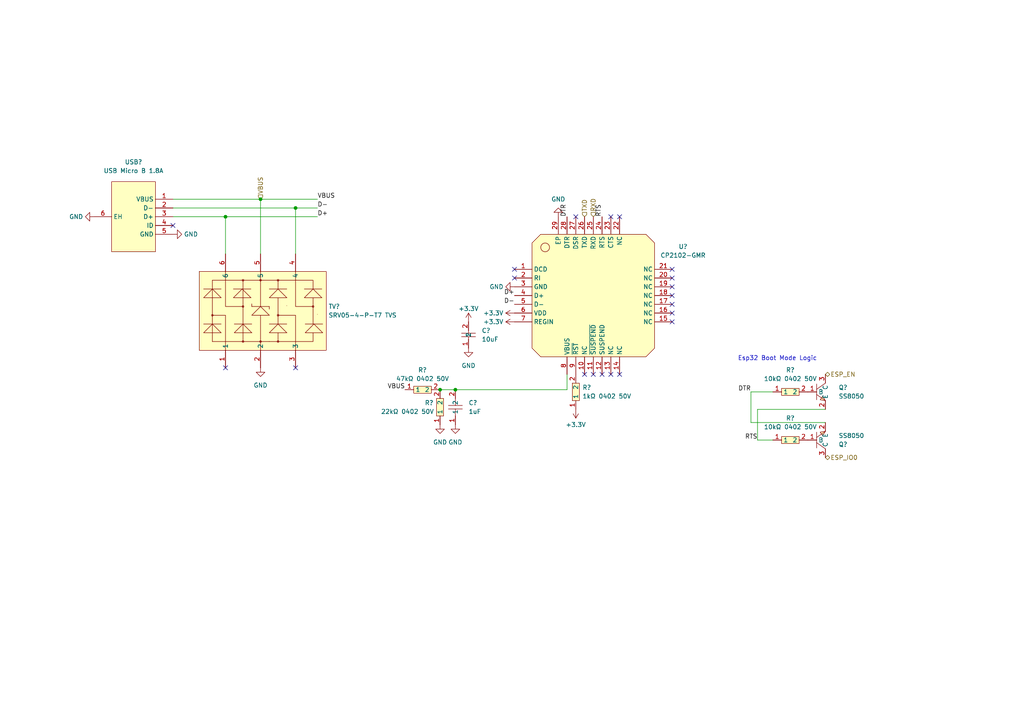
<source format=kicad_sch>
(kicad_sch (version 20211123) (generator eeschema)
  (paper "A4")
  (lib_symbols
    (symbol "easyeda2kicad: 6.3V 10uF X5R ±20% 0402"
      (property "Reference" "C" (at 0 5.08 0))
      (property "Value" " 6.3V 10uF X5R ±20% 0402" (at 0 -5.08 0))
      (symbol " 6.3V 10uF X5R ±20% 0402_0_1"
        (polyline (pts (xy -1.27 0) (xy -0.51 0)))
        (polyline (pts (xy -0.51 2.03) (xy -0.51 -2.03)))
        (polyline (pts (xy 0.51 0) (xy 1.27 0)))
        (polyline (pts (xy 0.51 2.03) (xy 0.51 -2.03)))
        (pin input line (at -3.81 0 0) (length 2.54) (name "1") (number "1"))
        (pin input line (at 3.81 0 180) (length 2.54) (name "2") (number "2"))
      )
    )
    (symbol "easyeda2kicad:10kΩ 0402 50V"
      (property "Reference" "R" (at 0 5.08 0))
      (property "Value" "10kΩ 0402 50V" (at 0 -5.08 0))
      (symbol "10kΩ 0402 50V_0_1"
        (rectangle (start -2.54 1.02) (end 2.54 -1.02) (fill (type background)))
        (pin input line (at -5.08 0 0) (length 2.54) (name "1") (number "1"))
        (pin input line (at 5.08 0 180) (length 2.54) (name "2") (number "2"))
      )
    )
    (symbol "easyeda2kicad:1kΩ 0402 50V"
      (property "Reference" "R" (at 0 5.08 0))
      (property "Value" "1kΩ 0402 50V" (at 0 -5.08 0))
      (symbol "1kΩ 0402 50V_0_1"
        (rectangle (start -2.54 1.02) (end 2.54 -1.02) (fill (type background)))
        (pin input line (at -5.08 0 0) (length 2.54) (name "1") (number "1"))
        (pin input line (at 5.08 0 180) (length 2.54) (name "2") (number "2"))
      )
    )
    (symbol "easyeda2kicad:22kΩ 0402 50V"
      (property "Reference" "R" (at 0 5.08 0))
      (property "Value" "22kΩ 0402 50V" (at 0 -5.08 0))
      (symbol "22kΩ 0402 50V_0_1"
        (rectangle (start -2.54 1.02) (end 2.54 -1.02) (fill (type background)))
        (pin input line (at -5.08 0 0) (length 2.54) (name "1") (number "1"))
        (pin input line (at 5.08 0 180) (length 2.54) (name "2") (number "2"))
      )
    )
    (symbol "easyeda2kicad:25V 1uF X5R ±10% 0402"
      (property "Reference" "C" (at 0 5.08 0))
      (property "Value" "25V 1uF X5R ±10% 0402" (at 0 -5.08 0))
      (symbol "25V 1uF X5R ±10% 0402_0_1"
        (polyline (pts (xy -0.51 -2.03) (xy -0.51 2.03)))
        (polyline (pts (xy -0.51 0) (xy -2.54 0)))
        (polyline (pts (xy 0.51 2.03) (xy 0.51 -2.03)))
        (polyline (pts (xy 2.54 0) (xy 0.51 0)))
        (pin unspecified line (at -5.08 0 0) (length 2.54) (name "1") (number "1"))
        (pin unspecified line (at 5.08 0 180) (length 2.54) (name "2") (number "2"))
      )
    )
    (symbol "easyeda2kicad:47kΩ 0402 50V"
      (property "Reference" "R" (at 0 5.08 0))
      (property "Value" "47kΩ 0402 50V" (at 0 -5.08 0))
      (symbol "47kΩ 0402 50V_0_1"
        (rectangle (start -2.54 1.02) (end 2.54 -1.02) (fill (type background)))
        (pin input line (at -5.08 0 0) (length 2.54) (name "1") (number "1"))
        (pin input line (at 5.08 0 180) (length 2.54) (name "2") (number "2"))
      )
    )
    (symbol "easyeda2kicad:CP2102-GMR"
      (property "Reference" "U" (at 0 27.94 0))
      (property "Value" "CP2102-GMR" (at 0 -27.94 0))
      (symbol "CP2102-GMR_0_1"
        (circle (center -13.97 13.97) (radius 1.27))
        (polyline (pts (xy -15.24 17.78) (xy 15.24 17.78) (xy 17.78 15.24) (xy 17.78 -15.24) (xy 15.24 -17.78) (xy -15.24 -17.78) (xy -17.78 -15.24) (xy -17.78 15.24) (xy -15.24 17.78)) (fill (type background)))
        (pin unspecified line (at -22.86 7.62 0) (length 5.08) (name "DCD") (number "1"))
        (pin unspecified line (at -2.54 -22.86 90) (length 5.08) (name "NC") (number "10"))
        (pin unspecified line (at 0 -22.86 90) (length 5.08) (name "~{SUSPEND}") (number "11"))
        (pin unspecified line (at 2.54 -22.86 90) (length 5.08) (name "SUSPEND") (number "12"))
        (pin unspecified line (at 5.08 -22.86 90) (length 5.08) (name "NC") (number "13"))
        (pin unspecified line (at 7.62 -22.86 90) (length 5.08) (name "NC") (number "14"))
        (pin unspecified line (at 22.86 -7.62 180) (length 5.08) (name "NC") (number "15"))
        (pin unspecified line (at 22.86 -5.08 180) (length 5.08) (name "NC") (number "16"))
        (pin unspecified line (at 22.86 -2.54 180) (length 5.08) (name "NC") (number "17"))
        (pin unspecified line (at 22.86 0 180) (length 5.08) (name "NC") (number "18"))
        (pin unspecified line (at 22.86 2.54 180) (length 5.08) (name "NC") (number "19"))
        (pin unspecified line (at -22.86 5.08 0) (length 5.08) (name "RI") (number "2"))
        (pin unspecified line (at 22.86 5.08 180) (length 5.08) (name "NC") (number "20"))
        (pin unspecified line (at 22.86 7.62 180) (length 5.08) (name "NC") (number "21"))
        (pin unspecified line (at 7.62 22.86 270) (length 5.08) (name "NC") (number "22"))
        (pin unspecified line (at 5.08 22.86 270) (length 5.08) (name "CTS") (number "23"))
        (pin unspecified line (at 2.54 22.86 270) (length 5.08) (name "RTS") (number "24"))
        (pin unspecified line (at 0 22.86 270) (length 5.08) (name "RXD") (number "25"))
        (pin unspecified line (at -2.54 22.86 270) (length 5.08) (name "TXD") (number "26"))
        (pin unspecified line (at -5.08 22.86 270) (length 5.08) (name "DSR") (number "27"))
        (pin unspecified line (at -7.62 22.86 270) (length 5.08) (name "DTR") (number "28"))
        (pin unspecified line (at -10.16 22.86 270) (length 5.08) (name "EP") (number "29"))
        (pin unspecified line (at -22.86 2.54 0) (length 5.08) (name "GND") (number "3"))
        (pin unspecified line (at -22.86 0 0) (length 5.08) (name "D+") (number "4"))
        (pin unspecified line (at -22.86 -2.54 0) (length 5.08) (name "D-") (number "5"))
        (pin unspecified line (at -22.86 -5.08 0) (length 5.08) (name "VDD") (number "6"))
        (pin unspecified line (at -22.86 -7.62 0) (length 5.08) (name "REGIN") (number "7"))
        (pin unspecified line (at -7.62 -22.86 90) (length 5.08) (name "VBUS") (number "8"))
        (pin unspecified line (at -5.08 -22.86 90) (length 5.08) (name "~{RST}") (number "9"))
      )
    )
    (symbol "easyeda2kicad:SRV05-4-P-T7 TVS"
      (property "Reference" "TV" (at 0 13.97 0))
      (property "Value" "SRV05-4-P-T7 TVS" (at 0 -16.51 0))
      (symbol "SRV05-4-P-T7 TVS_0_1"
        (rectangle (start -11.43 17.78) (end 11.43 -19.05) (fill (type background)))
        (circle (center -8.89 -6.35) (radius 0.25))
        (circle (center -8.89 -1.27) (radius 0.25))
        (circle (center -8.89 3.81) (radius 0.25))
        (arc (start -1.52 6.35) (mid -1.47 6.6) (end -1.52 6.35))
        (circle (center -1.27 -6.35) (radius 0.25))
        (circle (center -1.27 13.97) (radius 0.25))
        (polyline (pts (xy -8.89 -15.24) (xy -8.89 1.27)))
        (polyline (pts (xy -8.89 -1.27) (xy -11.43 -1.27)))
        (polyline (pts (xy -8.89 8.89) (xy -11.43 8.89)))
        (polyline (pts (xy -6.35 -17.78) (xy -6.35 -12.7)))
        (polyline (pts (xy -6.35 -9.14) (xy -6.35 -4.06)))
        (polyline (pts (xy -6.35 1.27) (xy -6.35 6.35)))
        (polyline (pts (xy -6.35 11.43) (xy -6.35 16.51)))
        (polyline (pts (xy -2.54 8.89) (xy -2.54 8.89)) (fill (type background)))
        (polyline (pts (xy -2.03 -3.81) (xy -1.27 -3.81)))
        (polyline (pts (xy -1.27 -6.35) (xy -8.89 -6.35)))
        (polyline (pts (xy -1.27 -3.81) (xy -1.27 1.27)))
        (polyline (pts (xy -1.27 -1.27) (xy -8.89 -1.27)))
        (polyline (pts (xy -1.27 1.27) (xy -0.51 1.27)))
        (polyline (pts (xy 3.81 -17.78) (xy 3.81 -12.7)))
        (polyline (pts (xy 3.81 -8.89) (xy 3.81 -3.81)))
        (polyline (pts (xy 3.81 1.27) (xy 3.81 6.35)))
        (polyline (pts (xy 3.81 3.81) (xy -3.81 3.81)))
        (polyline (pts (xy 3.81 11.68) (xy 3.81 16.76)))
        (polyline (pts (xy 3.81 13.97) (xy -3.81 13.97)))
        (polyline (pts (xy 8.89 -15.24) (xy -8.89 -15.24)))
        (polyline (pts (xy 8.89 -15.24) (xy 8.89 1.27)))
        (polyline (pts (xy 8.89 -6.35) (xy -1.27 -6.35)))
        (polyline (pts (xy 11.43 -1.27) (xy 1.27 -1.27)))
        (polyline (pts (xy -6.35 3.81) (xy -8.89 3.81) (xy -8.89 1.27)))
        (polyline (pts (xy -6.35 13.97) (xy -8.89 13.97) (xy -8.89 3.81)))
        (polyline (pts (xy -1.27 -6.35) (xy -1.27 -11.43) (xy -11.43 -11.43)))
        (polyline (pts (xy -1.27 13.97) (xy -1.27 8.89) (xy -8.89 8.89)))
        (polyline (pts (xy 1.27 -15.24) (xy 1.27 -11.43) (xy 11.43 -11.43)))
        (polyline (pts (xy 1.27 3.81) (xy 1.27 8.89) (xy 11.43 8.89)))
        (polyline (pts (xy 6.35 3.81) (xy 8.89 3.81) (xy 8.89 1.27)))
        (polyline (pts (xy 8.89 3.81) (xy 8.89 13.97) (xy 6.35 13.97)))
        (polyline (pts (xy -3.81 -12.7) (xy -6.35 -15.24) (xy -3.81 -17.78) (xy -3.81 -12.7)) (fill (type background)))
        (polyline (pts (xy -3.81 -4.06) (xy -6.35 -6.6) (xy -3.81 -9.14) (xy -3.81 -4.06)) (fill (type background)))
        (polyline (pts (xy -3.81 6.35) (xy -6.35 3.81) (xy -3.81 1.27) (xy -3.81 6.35)) (fill (type background)))
        (polyline (pts (xy -3.81 16.51) (xy -6.35 13.97) (xy -3.81 11.43) (xy -3.81 16.51)) (fill (type background)))
        (polyline (pts (xy 1.27 1.27) (xy -1.27 -1.27) (xy 1.27 -3.81) (xy 1.27 1.27)) (fill (type background)))
        (polyline (pts (xy 6.35 -12.7) (xy 3.81 -15.24) (xy 6.35 -17.78) (xy 6.35 -12.7)) (fill (type background)))
        (polyline (pts (xy 6.35 -3.81) (xy 3.81 -6.35) (xy 6.35 -8.89) (xy 6.35 -3.81)) (fill (type background)))
        (polyline (pts (xy 6.35 6.35) (xy 3.81 3.81) (xy 6.35 1.27) (xy 6.35 6.35)) (fill (type background)))
        (polyline (pts (xy 6.35 16.76) (xy 3.81 14.22) (xy 6.35 11.68) (xy 6.35 16.76)) (fill (type background)))
        (arc (start 1.02 15.24) (mid 1.07 15.49) (end 1.02 15.24))
        (circle (center 1.27 -15.24) (radius 0.25))
        (circle (center 1.27 3.81) (radius 0.25))
        (circle (center 8.89 -6.35) (radius 0.25))
        (circle (center 8.89 -1.27) (radius 0.25))
        (circle (center 8.89 3.81) (radius 0.25))
        (pin input line (at 16.51 -11.43 180) (length 5.08) (name "1") (number "1"))
        (pin input line (at 16.51 -1.27 180) (length 5.08) (name "2") (number "2"))
        (pin input line (at 16.51 8.89 180) (length 5.08) (name "3") (number "3"))
        (pin input line (at -16.51 8.89 0) (length 5.08) (name "4") (number "4"))
        (pin input line (at -16.51 -1.27 0) (length 5.08) (name "5") (number "5"))
        (pin input line (at -16.51 -11.43 0) (length 5.08) (name "6") (number "6"))
      )
    )
    (symbol "easyeda2kicad:SS8050_C2150"
      (property "Reference" "Q" (at 0 10.16 0))
      (property "Value" "SS8050_C2150" (at 0 -10.16 0))
      (symbol "SS8050_C2150_0_1"
        (polyline (pts (xy -2.54 -0.76) (xy 0 -2.54)))
        (polyline (pts (xy -2.54 2.29) (xy -2.54 -2.29)))
        (polyline (pts (xy 0 2.54) (xy -2.54 0.76)))
        (polyline (pts (xy 0 -2.54) (xy -0.76 -1.27) (xy -1.52 -2.29) (xy 0 -2.54)) (fill (type background)))
        (pin unspecified line (at -5.08 0 0) (length 2.54) (name "B") (number "1"))
        (pin unspecified line (at 0 -5.08 90) (length 2.54) (name "E") (number "2"))
        (pin unspecified line (at 0 5.08 270) (length 2.54) (name "C") (number "3"))
      )
    )
    (symbol "easyeda2kicad:USB Micro B 1.8A"
      (property "Reference" "USB" (at 0 10.16 0))
      (property "Value" "USB Micro B 1.8A" (at 0 -10.16 0))
      (symbol "USB Micro B 1.8A_0_1"
        (rectangle (start -7.62 10.16) (end 5.08 -10.16) (fill (type background)))
        (pin input line (at 10.16 5.08 180) (length 5.08) (name "VBUS") (number "1"))
        (pin input line (at 10.16 2.54 180) (length 5.08) (name "D-") (number "2"))
        (pin input line (at 10.16 0 180) (length 5.08) (name "D+") (number "3"))
        (pin input line (at 10.16 -2.54 180) (length 5.08) (name "ID") (number "4"))
        (pin input line (at 10.16 -5.08 180) (length 5.08) (name "GND") (number "5"))
        (pin input line (at -12.7 0 0) (length 5.08) (name "EH") (number "6"))
      )
    )
    (symbol "power:+3.3V" (power) (pin_names (offset 0))
      (property "Value" "+3.3V" (at 0 3.556 0))
      (symbol "+3.3V_0_1"
        (polyline (pts (xy -0.762 1.27) (xy 0 2.54)))
        (polyline (pts (xy 0 0) (xy 0 2.54)))
        (polyline (pts (xy 0 2.54) (xy 0.762 1.27)))
      )
      (symbol "+3.3V_1_1"
        (pin power_in line (at 0 0 90) (length 0) hide (name "+3.3V") (number "1"))
      )
    )
    (symbol "power:GND" (power) (pin_names (offset 0))
      (property "Value" "GND" (at 0 -3.81 0))
      (symbol "GND_0_1"
        (polyline (pts (xy 0 0) (xy 0 -1.27) (xy 1.27 -1.27) (xy 0 -2.54) (xy -1.27 -1.27) (xy 0 -1.27)))
      )
      (symbol "GND_1_1"
        (pin power_in line (at 0 0 270) (length 0) hide (name "GND") (number "1"))
      )
    )
  )
  (junction (at 75.565 57.785))
  (junction (at 132.08 113.03))
  (junction (at 85.725 60.325))
  (junction (at 65.405 62.865))
  (junction (at 127.635 113.03))
  (no_connect (at 174.625 108.585))
  (no_connect (at 149.225 80.645))
  (no_connect (at 177.165 62.865))
  (no_connect (at 50.165 65.405))
  (no_connect (at 194.945 80.645))
  (no_connect (at 167.005 62.865))
  (no_connect (at 65.405 106.68))
  (no_connect (at 194.945 85.725))
  (no_connect (at 149.225 78.105))
  (no_connect (at 194.945 78.105))
  (no_connect (at 194.945 83.185))
  (no_connect (at 194.945 93.345))
  (no_connect (at 169.545 108.585))
  (no_connect (at 172.085 108.585))
  (no_connect (at 177.165 108.585))
  (no_connect (at 179.705 62.865))
  (no_connect (at 194.945 90.805))
  (no_connect (at 194.945 88.265))
  (no_connect (at 85.725 106.68))
  (no_connect (at 179.705 108.585))
  (wire (pts (xy 85.725 60.325) (xy 85.725 73.66)))
  (wire (pts (xy 239.395 122.555) (xy 217.805 122.555)))
  (wire (pts (xy 164.465 108.585) (xy 164.465 113.03)))
  (wire (pts (xy 239.395 118.745) (xy 219.71 118.745)))
  (wire (pts (xy 217.805 122.555) (xy 217.805 113.665)))
  (wire (pts (xy 164.465 113.03) (xy 132.08 113.03)))
  (wire (pts (xy 65.405 62.865) (xy 50.165 62.865)))
  (wire (pts (xy 50.165 60.325) (xy 85.725 60.325)))
  (wire (pts (xy 65.405 73.66) (xy 65.405 62.865)))
  (wire (pts (xy 85.725 60.325) (xy 92.075 60.325)))
  (wire (pts (xy 50.165 57.785) (xy 75.565 57.785)))
  (wire (pts (xy 75.565 57.785) (xy 92.075 57.785)))
  (wire (pts (xy 219.71 127.635) (xy 224.155 127.635)))
  (wire (pts (xy 75.565 57.785) (xy 75.565 73.66)))
  (wire (pts (xy 127.635 113.03) (xy 132.08 113.03)))
  (wire (pts (xy 217.805 113.665) (xy 224.155 113.665)))
  (wire (pts (xy 219.71 118.745) (xy 219.71 127.635)))
  (wire (pts (xy 65.405 62.865) (xy 92.075 62.865)))
  (text "Esp32 Boot Mode Logic" (at 213.995 104.775 0) (effects (font (size 1.27 1.27)) (justify left bottom)))
  (label "RTS" (at 174.625 62.865 90))
  (label "RTS" (at 219.71 127.635 180))
  (label "DTR" (at 217.805 113.665 180))
  (label "VBUS" (at 92.075 57.785 0))
  (label "VBUS" (at 117.475 113.03 180))
  (label "D-" (at 92.075 60.325 0))
  (label "DTR" (at 164.465 62.865 90))
  (label "D+" (at 149.225 85.725 180))
  (label "D-" (at 149.225 88.265 180))
  (label "D+" (at 92.075 62.865 0))
  (hierarchical_label "ESP_EN" (shape tri_state) (at 239.395 108.585 0))
  (hierarchical_label "VBUS" (shape input) (at 75.565 57.785 90))
  (hierarchical_label "ESP_IO0" (shape tri_state) (at 239.395 132.715 0))
  (hierarchical_label "TXD" (shape input) (at 169.545 62.865 90))
  (hierarchical_label "RXD" (shape input) (at 172.085 62.865 90))
  (symbol (lib_id "easyeda2kicad:10kΩ 0402 50V") (at 229.235 113.665 0) (unit 1)
    (property "Reference" "R?" (at 229.235 107.315 0))
    (property "Value" "10kΩ 0402 50V" (at 229.235 109.855 0))
    (property "Footprint" "easyeda2kicad:R0402" (effects hide))
    (property "Datasheet" "https://lcsc.com/product-detail/Chip-Resistor-Surface-Mount-UniOhm_10KR-1002-1_C25744.html" (effects hide))
    (property "Manufacturer" "UNI-ROYAL(厚声)" (effects hide))
    (property "LCSC Part" "C25744" (effects hide))
    (property "JLC Part" "Basic Part" (effects hide))
  )
  (symbol (lib_id "easyeda2kicad:25V 1uF X5R ±10% 0402") (at 132.08 118.11 90) (unit 1)
    (property "Reference" "C?" (at 135.89 116.8399 90) (effects (justify right)))
    (property "Value" "1uF" (at 135.89 119.3799 90) (effects (justify right)))
    (property "Footprint" "easyeda2kicad:C0402" (effects hide))
    (property "Datasheet" "https://lcsc.com/product-detail/Multilayer-Ceramic-Capacitors-MLCC-SMD-SMT_SAMSUNG_CL05A105KA5NQNC_1uF-105-10-25V_C52923.html" (effects hide))
    (property "Manufacturer" "SAMSUNG(三星)" (effects hide))
    (property "LCSC Part" "C52923" (effects hide))
    (property "JLC Part" "Basic Part" (effects hide))
  )
  (symbol (lib_id "power:+3.3V") (at 167.005 118.745 180) (unit 1)
    (property "Reference" "#PWR?" (effects hide))
    (property "Value" "+3.3V" (at 167.005 123.19 0))
  )
  (symbol (lib_id "easyeda2kicad:SS8050_C2150") (at 239.395 113.665 0) (unit 1)
    (property "Reference" "Q?" (at 243.205 112.395 0) (effects (justify left)))
    (property "Value" "SS8050" (at 243.205 114.935 0) (effects (justify left)))
    (property "Footprint" "easyeda2kicad:SOT-23-3_L2.9-W1.3-P1.90-LS2.4-BR" (effects hide))
    (property "Datasheet" "https://lcsc.com/product-detail/Transistors-NPN-PNP_SS8050-Y1-200-350_C2150.html" (effects hide))
    (property "Manufacturer" "CJ(江苏长电/长晶)" (effects hide))
    (property "LCSC Part" "C2150" (effects hide))
    (property "JLC Part" "Basic Part" (effects hide))
  )
  (symbol (lib_id "easyeda2kicad:22kΩ 0402 50V") (at 127.635 118.11 90) (unit 1)
    (property "Reference" "R?" (at 123.19 116.84 90) (effects (justify right)))
    (property "Value" "22kΩ 0402 50V" (at 110.49 119.38 90) (effects (justify right)))
    (property "Footprint" "easyeda2kicad:R0402" (effects hide))
    (property "Datasheet" "https://lcsc.com/product-detail/Chip-Resistor-Surface-Mount-UniOhm_22KR-2202-1_C25768.html" (effects hide))
    (property "Manufacturer" "UNI-ROYAL(厚声)" (effects hide))
    (property "LCSC Part" "C25768" (effects hide))
    (property "JLC Part" "Basic Part" (effects hide))
  )
  (symbol (lib_id "easyeda2kicad:SRV05-4-P-T7 TVS") (at 76.835 90.17 270) (unit 1)
    (property "Reference" "TV?" (at 95.25 88.8999 90) (effects (justify left)))
    (property "Value" "SRV05-4-P-T7 TVS" (at 95.25 91.4399 90) (effects (justify left)))
    (property "Footprint" "easyeda2kicad:SOT-23-6_L2.9-W1.6-P0.95-LS2.8-BR" (effects hide))
    (property "Datasheet" "https://lcsc.com/product-detail/TVS_SRV05-4-P-T7_C85364.html" (effects hide))
    (property "Manufacturer" "PROTEK" (effects hide))
    (property "LCSC Part" "C85364" (effects hide))
    (property "JLC Part" "Basic Part" (effects hide))
  )
  (symbol (lib_id "power:GND") (at 127.635 123.19 0) (unit 1)
    (property "Reference" "#PWR?" (effects hide))
    (property "Value" "GND" (at 127.635 128.27 0))
  )
  (symbol (lib_id "easyeda2kicad:USB Micro B 1.8A") (at 40.005 62.865 0) (unit 1)
    (property "Reference" "USB?" (at 38.735 46.99 0))
    (property "Value" "USB Micro B 1.8A" (at 38.735 49.53 0))
    (property "Footprint" "easyeda2kicad:MICRO-USB-SMD_U254-051T-4BH23-S2S" (effects hide))
    (property "Datasheet" "https://lcsc.com/product-detail/New-Arrivals_XKB-Enterprise-U254-051T-4BH23-S2S_C482361.html" (effects hide))
    (property "Manufacturer" "XKB Connectivity(中国星坤)" (effects hide))
    (property "LCSC Part" "C482361" (effects hide))
    (property "JLC Part" "Extended Part" (effects hide))
  )
  (symbol (lib_id "power:GND") (at 27.305 62.865 270) (unit 1)
    (property "Reference" "#PWR?" (effects hide))
    (property "Value" "GND" (at 24.13 62.8649 90) (effects (justify right)))
  )
  (symbol (lib_id "power:GND") (at 50.165 67.945 90) (unit 1)
    (property "Reference" "#PWR?" (effects hide))
    (property "Value" "GND" (at 53.34 67.9449 90) (effects (justify right)))
  )
  (symbol (lib_id "easyeda2kicad:1kΩ 0402 50V") (at 167.005 113.665 90) (unit 1)
    (property "Reference" "R?" (at 168.91 112.3949 90) (effects (justify right)))
    (property "Value" "1kΩ 0402 50V" (at 168.91 114.9349 90) (effects (justify right)))
    (property "Footprint" "easyeda2kicad:R0402" (effects hide))
    (property "Datasheet" "https://lcsc.com/product-detail/Chip-Resistor-Surface-Mount-UniOhm_1KR-1001-1_C11702.html" (effects hide))
    (property "Manufacturer" "UNI-ROYAL(厚声)" (effects hide))
    (property "LCSC Part" "C11702" (effects hide))
    (property "JLC Part" "Basic Part" (effects hide))
  )
  (symbol (lib_id "power:GND") (at 161.925 62.865 180) (unit 1)
    (property "Reference" "#PWR?" (effects hide))
    (property "Value" "GND" (at 161.925 57.785 0))
  )
  (symbol (lib_id "easyeda2kicad:10kΩ 0402 50V") (at 229.235 127.635 0) (unit 1)
    (property "Reference" "R?" (at 229.235 121.285 0))
    (property "Value" "10kΩ 0402 50V" (at 229.235 123.825 0))
    (property "Footprint" "easyeda2kicad:R0402" (effects hide))
    (property "Datasheet" "https://lcsc.com/product-detail/Chip-Resistor-Surface-Mount-UniOhm_10KR-1002-1_C25744.html" (effects hide))
    (property "Manufacturer" "UNI-ROYAL(厚声)" (effects hide))
    (property "LCSC Part" "C25744" (effects hide))
    (property "JLC Part" "Basic Part" (effects hide))
  )
  (symbol (lib_id "power:GND") (at 132.08 123.19 0) (unit 1)
    (property "Reference" "#PWR?" (effects hide))
    (property "Value" "GND" (at 132.08 128.27 0))
  )
  (symbol (lib_id "power:GND") (at 75.565 106.68 0) (unit 1)
    (property "Reference" "#PWR?" (effects hide))
    (property "Value" "GND" (at 75.565 111.76 0))
  )
  (symbol (lib_id "power:GND") (at 135.89 100.965 0) (unit 1)
    (property "Reference" "#PWR?" (effects hide))
    (property "Value" "GND" (at 135.89 106.045 0))
  )
  (symbol (lib_id "power:+3.3V") (at 135.89 93.345 0) (unit 1)
    (property "Reference" "#PWR?" (effects hide))
    (property "Value" "+3.3V" (at 135.89 89.535 0))
  )
  (symbol (lib_id "easyeda2kicad:SS8050_C2150") (at 239.395 127.635 0) (mirror x) (unit 1)
    (property "Reference" "Q?" (at 243.205 128.905 0) (effects (justify left)))
    (property "Value" "SS8050" (at 243.205 126.365 0) (effects (justify left)))
    (property "Footprint" "easyeda2kicad:SOT-23-3_L2.9-W1.3-P1.90-LS2.4-BR" (effects hide))
    (property "Datasheet" "https://lcsc.com/product-detail/Transistors-NPN-PNP_SS8050-Y1-200-350_C2150.html" (effects hide))
    (property "Manufacturer" "CJ(江苏长电/长晶)" (effects hide))
    (property "LCSC Part" "C2150" (effects hide))
    (property "JLC Part" "Basic Part" (effects hide))
  )
  (symbol (lib_id "easyeda2kicad:47kΩ 0402 50V") (at 122.555 113.03 0) (unit 1)
    (property "Reference" "R?" (at 122.555 107.315 0))
    (property "Value" "47kΩ 0402 50V" (at 122.555 109.855 0))
    (property "Footprint" "easyeda2kicad:R0402" (effects hide))
    (property "Datasheet" "https://lcsc.com/product-detail/Chip-Resistor-Surface-Mount-UniOhm_47KR-4702-1_C25792.html" (effects hide))
    (property "Manufacturer" "UNI-ROYAL(厚声)" (effects hide))
    (property "LCSC Part" "C25792" (effects hide))
    (property "JLC Part" "Basic Part" (effects hide))
  )
  (symbol (lib_id "easyeda2kicad:CP2102-GMR") (at 172.085 85.725 0) (unit 1)
    (property "Reference" "U?" (at 198.12 71.5262 0))
    (property "Value" "CP2102-GMR" (at 198.12 74.0662 0))
    (property "Footprint" "easyeda2kicad:WQFN-28_L5.0-W5.0-P0.50-BL-EP3.2" (effects hide))
    (property "Datasheet" "https://lcsc.com/product-detail/USB_SILICON-LABS_CP2102-GMR_CP2102-GMR_C6568.html" (effects hide))
    (property "Manufacturer" "SILICON LABS(芯科)" (effects hide))
    (property "LCSC Part" "C6568" (effects hide))
    (property "JLC Part" "Basic Part" (effects hide))
  )
  (symbol (lib_id "easyeda2kicad: 6.3V 10uF X5R ±20% 0402") (at 135.89 97.155 90) (unit 1)
    (property "Reference" "C?" (at 139.7 95.8849 90) (effects (justify right)))
    (property "Value" "10uF" (at 139.7 98.4249 90) (effects (justify right)))
    (property "Footprint" "easyeda2kicad:C0402" (effects hide))
    (property "Datasheet" "https://lcsc.com/product-detail/Multilayer-Ceramic-Capacitors-MLCC-SMD-SMT_SAMSUNG_CL05A106MQ5NUNC_10uF-106-20-6-3V_C15525.html" (effects hide))
    (property "Manufacturer" "SAMSUNG(三星)" (effects hide))
    (property "LCSC Part" "C15525" (effects hide))
    (property "JLC Part" "Basic Part" (effects hide))
  )
  (symbol (lib_id "power:GND") (at 149.225 83.185 270) (unit 1)
    (property "Reference" "#PWR?" (effects hide))
    (property "Value" "GND" (at 146.05 83.1849 90) (effects (justify right)))
  )
  (symbol (lib_id "power:+3.3V") (at 149.225 93.345 90) (unit 1)
    (property "Reference" "#PWR?" (effects hide))
    (property "Value" "+3.3V" (at 146.05 93.3449 90) (effects (justify left)))
  )
  (symbol (lib_id "power:+3.3V") (at 149.225 90.805 90) (unit 1)
    (property "Reference" "#PWR?" (effects hide))
    (property "Value" "+3.3V" (at 146.05 90.8049 90) (effects (justify left)))
  )
)
</source>
